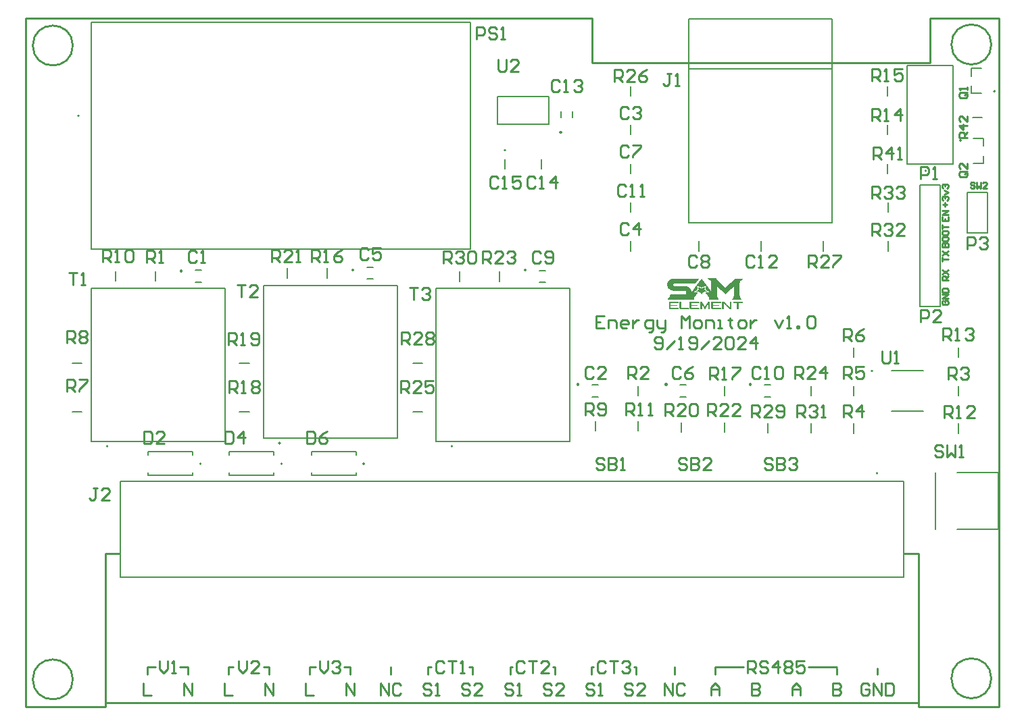
<source format=gto>
G04*
G04 #@! TF.GenerationSoftware,Altium Limited,Altium Designer,20.0.2 (26)*
G04*
G04 Layer_Color=65535*
%FSLAX25Y25*%
%MOIN*%
G70*
G01*
G75*
%ADD10C,0.00787*%
%ADD11C,0.01000*%
%ADD12C,0.00500*%
G36*
X462086Y337943D02*
Y337783D01*
Y337623D01*
Y337463D01*
X461926D01*
Y337303D01*
Y337143D01*
Y336983D01*
Y336823D01*
X462086D01*
X462086Y336663D01*
X462246D01*
Y336503D01*
X462566D01*
Y336343D01*
X462726D01*
Y336183D01*
X463046D01*
Y336023D01*
X462886D01*
Y335863D01*
X461766D01*
Y335703D01*
X461286D01*
Y335543D01*
X461126D01*
Y335383D01*
Y335223D01*
X460966D01*
Y335063D01*
X460806Y335063D01*
Y334903D01*
X460646Y334903D01*
Y334743D01*
X460326Y334743D01*
Y334903D01*
X460166Y334903D01*
Y335063D01*
X460006D01*
Y335223D01*
X459846D01*
Y335383D01*
Y335543D01*
X459686D01*
X459686Y335703D01*
X459206D01*
Y335863D01*
X458086D01*
Y336023D01*
X457926D01*
Y336183D01*
X458246D01*
Y336343D01*
X458406D01*
Y336503D01*
X458726D01*
Y336663D01*
X458886D01*
X458886Y336823D01*
X459046D01*
Y336983D01*
Y337143D01*
Y337303D01*
Y337463D01*
X458886D01*
Y337623D01*
Y337783D01*
Y337943D01*
Y338103D01*
X459206D01*
Y337943D01*
X459686D01*
Y337783D01*
X460326Y337783D01*
Y337623D01*
X460806D01*
Y337783D01*
X461286Y337783D01*
Y337943D01*
X461766Y337943D01*
Y338103D01*
X462086D01*
Y337943D01*
D02*
G37*
G36*
X467685Y342423D02*
X467845D01*
Y342263D01*
X467845Y342103D01*
X467845Y341943D01*
X468005D01*
Y341783D01*
X468165D01*
Y341623D01*
X468325D01*
Y341463D01*
X468485D01*
Y341303D01*
X468645D01*
Y341143D01*
X468805D01*
X468805Y340983D01*
X468965D01*
X468965Y340823D01*
X469125D01*
X469125Y340663D01*
X469285D01*
Y340503D01*
X469445D01*
Y340343D01*
X469605D01*
Y340183D01*
X469765D01*
Y340023D01*
X470085D01*
Y339863D01*
X470245Y339863D01*
Y339703D01*
X470405D01*
Y339543D01*
X470565D01*
Y339383D01*
X470725D01*
Y339223D01*
X470885D01*
Y339063D01*
X471045D01*
Y338903D01*
X471205D01*
Y338743D01*
X471365D01*
Y338583D01*
X471525D01*
Y338423D01*
X471685Y338423D01*
Y338263D01*
X471845D01*
Y338103D01*
X472005D01*
Y337943D01*
X472325Y337943D01*
X472325Y338103D01*
X472485D01*
X472485Y338263D01*
X472805D01*
Y338423D01*
X472965D01*
Y338583D01*
X473125D01*
Y338743D01*
X473285D01*
Y338903D01*
X473445D01*
Y339063D01*
X473605D01*
Y339223D01*
X473765D01*
Y339383D01*
X473925D01*
Y339543D01*
X474085D01*
Y339703D01*
X474245D01*
Y339863D01*
X474405D01*
Y340023D01*
X474565D01*
Y340183D01*
X474885D01*
Y340343D01*
X475045D01*
Y340503D01*
X475205D01*
Y340663D01*
X475365D01*
Y340823D01*
X475525D01*
Y340983D01*
X475685D01*
Y341143D01*
X475845D01*
Y341303D01*
X476005D01*
Y341463D01*
X476165D01*
Y341623D01*
X476325D01*
Y341783D01*
X476485D01*
Y341943D01*
X476645D01*
Y342103D01*
Y342263D01*
Y342423D01*
X481285D01*
Y342263D01*
X480965D01*
Y342103D01*
X480645D01*
Y341943D01*
X480325Y341943D01*
Y341783D01*
X480165D01*
Y341623D01*
X480005D01*
Y341463D01*
X479845D01*
Y341303D01*
X479685D01*
Y341143D01*
X479525D01*
Y340983D01*
Y340823D01*
X479365D01*
X479365Y340663D01*
Y340503D01*
Y340343D01*
Y340183D01*
X479205D01*
Y340023D01*
Y339863D01*
Y339703D01*
Y339543D01*
Y339383D01*
Y339223D01*
Y339063D01*
Y338903D01*
Y338743D01*
Y338583D01*
Y338423D01*
Y338263D01*
Y338103D01*
Y337943D01*
Y337783D01*
Y337623D01*
Y337463D01*
Y337303D01*
Y337143D01*
Y336983D01*
Y336823D01*
X479205Y336663D01*
Y336503D01*
Y336343D01*
Y336183D01*
Y336023D01*
Y335863D01*
Y335703D01*
X479205Y335543D01*
Y335383D01*
Y335223D01*
Y335063D01*
Y334903D01*
Y334743D01*
Y334583D01*
Y334423D01*
Y334263D01*
Y334103D01*
X479365D01*
Y333943D01*
Y333783D01*
Y333623D01*
Y333463D01*
Y333303D01*
X479525Y333303D01*
Y333143D01*
Y332983D01*
Y332823D01*
X479685D01*
Y332663D01*
Y332503D01*
X479845D01*
Y332343D01*
Y332183D01*
X480005D01*
Y332023D01*
X475525D01*
Y332183D01*
X475685D01*
Y332343D01*
X475845Y332343D01*
Y332503D01*
Y332663D01*
X476005Y332663D01*
Y332823D01*
Y332983D01*
X476165Y332983D01*
Y333143D01*
Y333303D01*
Y333463D01*
Y333623D01*
X476325D01*
Y333783D01*
Y333943D01*
Y334103D01*
Y334263D01*
Y334423D01*
Y334583D01*
Y334743D01*
X476485D01*
Y334903D01*
Y335063D01*
Y335223D01*
Y335383D01*
Y335543D01*
Y335703D01*
Y335863D01*
Y336023D01*
Y336183D01*
Y336343D01*
Y336503D01*
Y336663D01*
Y336823D01*
Y336983D01*
Y337143D01*
Y337303D01*
Y337463D01*
Y337623D01*
Y337783D01*
Y337943D01*
Y338103D01*
Y338263D01*
X476165D01*
Y338103D01*
X476005Y338103D01*
Y337943D01*
X475845D01*
Y337783D01*
X475525Y337783D01*
Y337623D01*
X475365D01*
Y337463D01*
X475205D01*
Y337303D01*
X475045D01*
Y337143D01*
X474885Y337143D01*
Y336983D01*
X474725D01*
Y336823D01*
X474565D01*
X474565Y336663D01*
X474245D01*
Y336503D01*
X474085D01*
Y336343D01*
X473925D01*
Y336183D01*
X473765D01*
Y336023D01*
X473605D01*
Y335863D01*
X473445D01*
Y335703D01*
X473285D01*
Y335543D01*
X473125D01*
Y335383D01*
X472805D01*
Y335223D01*
X472645D01*
X472645Y335063D01*
X472485D01*
Y334903D01*
X472325D01*
Y334743D01*
X472165D01*
Y334903D01*
X471845D01*
Y335063D01*
X471685D01*
Y335223D01*
X471525D01*
Y335383D01*
X471365D01*
Y335543D01*
X471205D01*
Y335703D01*
X471045D01*
Y335863D01*
X470885D01*
Y336023D01*
X470725D01*
Y336183D01*
X470565D01*
Y336343D01*
X470405D01*
Y336503D01*
X470085D01*
Y336663D01*
X469925D01*
Y336823D01*
X469765D01*
Y336983D01*
X469605D01*
Y337143D01*
X469445D01*
Y337303D01*
X469285D01*
Y337463D01*
X469125D01*
Y337623D01*
X468965D01*
Y337783D01*
X468645D01*
Y337943D01*
X468485D01*
Y338103D01*
X468325D01*
Y338263D01*
X468005D01*
Y338103D01*
Y337943D01*
Y337783D01*
Y337623D01*
Y337463D01*
Y337303D01*
Y337143D01*
Y336983D01*
Y336823D01*
Y336663D01*
Y336503D01*
Y336343D01*
Y336183D01*
Y336023D01*
Y335863D01*
Y335703D01*
Y335543D01*
Y335383D01*
Y335223D01*
Y335063D01*
Y334903D01*
Y334743D01*
Y334583D01*
Y334423D01*
Y334263D01*
X468165D01*
Y334103D01*
Y333943D01*
Y333783D01*
Y333623D01*
Y333463D01*
X468325D01*
Y333303D01*
Y333143D01*
Y332983D01*
X468485D01*
Y332823D01*
Y332663D01*
X468645D01*
Y332503D01*
Y332343D01*
X468805D01*
Y332183D01*
X468965D01*
Y332023D01*
X464006D01*
Y332183D01*
X464166D01*
Y332343D01*
Y332503D01*
Y332663D01*
Y332823D01*
Y332983D01*
X464006D01*
Y333143D01*
Y333303D01*
X463846D01*
Y333463D01*
X463686Y333463D01*
Y333623D01*
Y333783D01*
X463526D01*
Y333943D01*
X463366D01*
Y334103D01*
Y334263D01*
X463206D01*
Y334423D01*
X463046D01*
X463046Y334583D01*
X462886D01*
Y334743D01*
Y334903D01*
X462726D01*
Y335063D01*
X462566D01*
X462566Y335223D01*
Y335383D01*
X462406D01*
Y335543D01*
X463366D01*
Y335703D01*
X464006D01*
Y335863D01*
X463846D01*
Y336023D01*
X463686D01*
Y336183D01*
X463366D01*
Y336343D01*
X463206D01*
Y336503D01*
X463046D01*
Y336663D01*
X462726D01*
Y336823D01*
X462566D01*
Y336983D01*
X462406D01*
X462406Y337143D01*
Y337303D01*
Y337463D01*
X462566D01*
Y337623D01*
Y337783D01*
X462566Y337943D01*
X462566Y338103D01*
X462566Y338263D01*
Y338423D01*
X462726D01*
Y338583D01*
Y338743D01*
X462246Y338743D01*
Y338583D01*
X461766D01*
Y338423D01*
X461286Y338423D01*
Y338263D01*
X460806D01*
Y338103D01*
X460166Y338103D01*
Y338263D01*
X459686Y338263D01*
Y338423D01*
X459206D01*
Y338583D01*
X458726D01*
Y338743D01*
X458246D01*
Y338583D01*
Y338423D01*
X458406D01*
Y338263D01*
X458406Y338103D01*
X458406Y337943D01*
X458406Y337783D01*
Y337623D01*
Y337463D01*
X458566D01*
Y337303D01*
Y337143D01*
X458566Y336983D01*
X458406D01*
Y336823D01*
X458246D01*
Y336663D01*
X457926D01*
Y336503D01*
X457766D01*
Y336343D01*
X457606D01*
Y336183D01*
X457286D01*
Y336023D01*
X456966D01*
Y335863D01*
Y335703D01*
X457606D01*
Y335543D01*
X458566D01*
Y335383D01*
X458406D01*
Y335223D01*
X458406Y335063D01*
X458246D01*
Y334903D01*
X458086D01*
Y334743D01*
Y334583D01*
X457926D01*
Y334423D01*
X457766D01*
Y334263D01*
Y334103D01*
X457606D01*
Y333943D01*
X457446Y333943D01*
Y333783D01*
X457286D01*
Y333623D01*
Y333463D01*
X457126Y333463D01*
Y333303D01*
X456966D01*
Y333143D01*
Y332983D01*
Y332823D01*
X456806D01*
Y332663D01*
Y332503D01*
Y332343D01*
Y332183D01*
X456966D01*
Y332023D01*
X443687D01*
Y332183D01*
X443686Y332343D01*
X443847D01*
Y332503D01*
X444006D01*
Y332663D01*
Y332823D01*
X444167D01*
Y332983D01*
X444326D01*
Y333143D01*
Y333303D01*
X444487D01*
Y333463D01*
X444647Y333463D01*
Y333623D01*
Y333783D01*
X444806D01*
Y333943D01*
X444967D01*
Y334103D01*
Y334263D01*
X445126D01*
Y334423D01*
Y334583D01*
X452326Y334583D01*
Y334743D01*
X452646D01*
Y334903D01*
X452806D01*
Y335063D01*
X452966D01*
Y335223D01*
Y335383D01*
Y335543D01*
Y335703D01*
Y335863D01*
X452806D01*
Y336023D01*
X452646D01*
Y336183D01*
X452166D01*
Y336343D01*
X446086D01*
Y336503D01*
X445446D01*
Y336663D01*
X445126D01*
Y336823D01*
X444806D01*
Y336983D01*
X444647D01*
Y337143D01*
X444487D01*
Y337303D01*
X444167D01*
Y337463D01*
Y337623D01*
X444006D01*
Y337783D01*
X443847D01*
X443847Y337943D01*
X443847Y338103D01*
X443686D01*
X443687Y338263D01*
Y338423D01*
Y338583D01*
X443527D01*
Y338743D01*
Y338903D01*
Y339063D01*
Y339223D01*
X443527Y339383D01*
X443527Y339543D01*
X443527Y339703D01*
Y339863D01*
Y340023D01*
X443527Y340183D01*
X443687D01*
Y340343D01*
Y340503D01*
Y340663D01*
X443847D01*
Y340823D01*
Y340983D01*
X444006D01*
X444007Y341143D01*
X444167D01*
Y341303D01*
X444326D01*
Y341463D01*
X444487D01*
X444487Y341623D01*
X444647D01*
Y341783D01*
X444806D01*
Y341943D01*
X445126Y341943D01*
Y342103D01*
X445446D01*
Y342263D01*
X445927D01*
Y342423D01*
X459366Y342423D01*
Y342263D01*
X459206D01*
Y342103D01*
X459046D01*
Y341943D01*
X458886D01*
Y341783D01*
Y341623D01*
X458726D01*
Y341463D01*
X458566D01*
Y341303D01*
X458406D01*
Y341143D01*
X458246D01*
Y340983D01*
Y340823D01*
X458086D01*
Y340663D01*
X457926D01*
Y340503D01*
X457766D01*
Y340343D01*
X457606D01*
Y340183D01*
X457606Y340023D01*
X457446D01*
Y339863D01*
X446726D01*
Y339703D01*
X446566D01*
Y339543D01*
X446406D01*
Y339383D01*
Y339223D01*
X446566D01*
Y339063D01*
Y338903D01*
X446886D01*
Y338743D01*
X452966Y338743D01*
Y338583D01*
X453446D01*
Y338423D01*
X453766D01*
Y338263D01*
X454086Y338263D01*
Y338103D01*
X454246D01*
Y337943D01*
X454406Y337943D01*
Y337783D01*
X454566D01*
Y337623D01*
X454726D01*
Y337463D01*
X454886D01*
Y337303D01*
X455046D01*
Y337143D01*
Y336983D01*
X455206D01*
Y336823D01*
Y336663D01*
X455366D01*
Y336503D01*
Y336343D01*
Y336183D01*
X455526D01*
Y336023D01*
X455366D01*
Y335863D01*
X455686D01*
Y336023D01*
X455846D01*
Y336183D01*
X456006D01*
Y336343D01*
Y336503D01*
X456166D01*
Y336663D01*
X456326D01*
Y336823D01*
X456486D01*
Y336983D01*
Y337143D01*
X456646D01*
Y337303D01*
X456806D01*
Y337463D01*
X456966D01*
Y337623D01*
Y337783D01*
X457126D01*
Y337943D01*
X457286Y337943D01*
X457286Y338103D01*
X457286Y338263D01*
X457446Y338263D01*
Y338423D01*
X457606Y338423D01*
Y338583D01*
X457766D01*
Y338743D01*
Y338903D01*
X457926D01*
Y339063D01*
X458086D01*
Y339223D01*
X458246D01*
Y339383D01*
Y339543D01*
X458406D01*
X458406Y339703D01*
X458566D01*
Y339863D01*
X458726D01*
Y340023D01*
X458726Y340183D01*
X458886D01*
Y340343D01*
X459046D01*
Y340503D01*
Y340663D01*
X459206D01*
X459206Y340823D01*
X459366D01*
X459366Y340983D01*
X459526D01*
Y341143D01*
Y341303D01*
X459686D01*
Y341463D01*
X459846D01*
Y341623D01*
X460006D01*
Y341783D01*
Y341943D01*
X460166D01*
Y342103D01*
X460326D01*
Y342263D01*
X460486D01*
Y342423D01*
X460646Y342423D01*
Y342263D01*
Y342103D01*
X460806D01*
Y341943D01*
X460966Y341943D01*
Y341783D01*
Y341623D01*
X461126D01*
Y341463D01*
X461286D01*
Y341303D01*
X461446D01*
Y341143D01*
Y340983D01*
X461606D01*
Y340823D01*
X461766D01*
X461766Y340663D01*
X461926D01*
Y340503D01*
Y340343D01*
X462086D01*
Y340183D01*
X462246D01*
Y340023D01*
X462406D01*
Y339863D01*
Y339703D01*
X462566D01*
X462566Y339543D01*
X462726D01*
X462726Y339383D01*
X462726Y339223D01*
X462886D01*
Y339063D01*
X463046D01*
Y338903D01*
X463206D01*
Y338743D01*
Y338583D01*
X463366D01*
Y338423D01*
X463526D01*
Y338263D01*
X463686D01*
Y338103D01*
Y337943D01*
X463846Y337943D01*
Y337783D01*
X464006D01*
Y337623D01*
X464166D01*
Y337463D01*
Y337303D01*
X464326D01*
Y337143D01*
X464486D01*
Y336983D01*
Y336823D01*
X464646D01*
Y336663D01*
X464806D01*
Y336503D01*
X464965D01*
Y336343D01*
X465126D01*
Y336183D01*
X465285D01*
Y336343D01*
Y336503D01*
Y336663D01*
Y336823D01*
Y336983D01*
Y337143D01*
Y337303D01*
Y337463D01*
Y337623D01*
Y337783D01*
Y337943D01*
Y338103D01*
Y338263D01*
Y338423D01*
Y338583D01*
Y338743D01*
Y338903D01*
Y339063D01*
Y339223D01*
Y339383D01*
Y339543D01*
Y339703D01*
Y339863D01*
Y340023D01*
Y340183D01*
Y340343D01*
Y340503D01*
Y340663D01*
Y340823D01*
Y340983D01*
X465126D01*
Y341143D01*
X464965D01*
Y341303D01*
X464806D01*
Y341463D01*
X464646D01*
Y341623D01*
X464326D01*
Y341783D01*
X464166D01*
Y341943D01*
X464006D01*
Y342103D01*
X463846D01*
Y342263D01*
X463686D01*
Y342423D01*
X463526D01*
Y342583D01*
X467685D01*
Y342423D01*
D02*
G37*
G36*
X464486Y330903D02*
Y330743D01*
X464486Y330583D01*
Y330423D01*
Y330263D01*
Y330103D01*
Y329943D01*
Y329783D01*
Y329623D01*
Y329463D01*
Y329303D01*
Y329143D01*
Y328983D01*
Y328823D01*
Y328663D01*
Y328503D01*
Y328343D01*
Y328183D01*
Y328023D01*
Y327864D01*
Y327703D01*
Y327543D01*
Y327383D01*
X463686D01*
Y327543D01*
Y327703D01*
Y327864D01*
Y328023D01*
Y328183D01*
Y328343D01*
Y328503D01*
Y328663D01*
Y328823D01*
Y328983D01*
Y329143D01*
Y329303D01*
Y329463D01*
X463526D01*
Y329303D01*
X463366D01*
Y329143D01*
X463206D01*
Y328983D01*
Y328823D01*
X463046D01*
Y328663D01*
Y328503D01*
X462886D01*
Y328343D01*
X462726D01*
Y328183D01*
X462726Y328023D01*
X462566D01*
X462566Y327864D01*
X462566Y327703D01*
X462406D01*
Y327543D01*
Y327383D01*
X461926D01*
Y327543D01*
Y327703D01*
X461766D01*
Y327864D01*
X461606Y327864D01*
Y328023D01*
Y328183D01*
X461446D01*
Y328343D01*
Y328503D01*
X461286D01*
Y328663D01*
X461126D01*
Y328823D01*
Y328983D01*
X460966D01*
Y329143D01*
Y329303D01*
X460806Y329303D01*
Y329463D01*
X460646D01*
Y329303D01*
Y329143D01*
Y328983D01*
Y328823D01*
Y328663D01*
Y328503D01*
Y328343D01*
Y328183D01*
Y328023D01*
Y327864D01*
Y327703D01*
Y327543D01*
Y327383D01*
X459846D01*
Y327543D01*
Y327703D01*
Y327864D01*
Y328023D01*
Y328183D01*
Y328343D01*
Y328503D01*
Y328663D01*
Y328823D01*
Y328983D01*
Y329143D01*
Y329303D01*
Y329463D01*
Y329623D01*
Y329783D01*
Y329943D01*
Y330103D01*
Y330263D01*
Y330423D01*
Y330583D01*
Y330743D01*
Y330903D01*
Y331063D01*
X460646D01*
Y330903D01*
X460806D01*
Y330743D01*
X460966D01*
Y330583D01*
Y330423D01*
X461126D01*
Y330263D01*
Y330103D01*
X461286D01*
Y329943D01*
X461446D01*
Y329783D01*
Y329623D01*
X461606D01*
Y329463D01*
Y329303D01*
X461766D01*
Y329143D01*
X461926D01*
Y328983D01*
Y328823D01*
Y328663D01*
X462246D01*
Y328823D01*
X462406D01*
Y328983D01*
Y329143D01*
X462566D01*
X462566Y329303D01*
X462566Y329463D01*
X462726D01*
X462726Y329623D01*
X462886D01*
Y329783D01*
Y329943D01*
X463046D01*
Y330103D01*
Y330263D01*
X463206D01*
Y330423D01*
X463366D01*
Y330583D01*
Y330743D01*
X463526D01*
Y330903D01*
Y331063D01*
X464486D01*
Y330903D01*
D02*
G37*
G36*
X475205D02*
Y330743D01*
Y330583D01*
Y330423D01*
Y330263D01*
Y330103D01*
Y329943D01*
Y329783D01*
Y329623D01*
Y329463D01*
Y329303D01*
Y329143D01*
Y328983D01*
Y328823D01*
Y328663D01*
Y328503D01*
Y328343D01*
Y328183D01*
Y328023D01*
Y327864D01*
Y327703D01*
Y327543D01*
Y327383D01*
X474085Y327383D01*
Y327543D01*
X473925D01*
Y327703D01*
X473765D01*
Y327864D01*
X473605D01*
Y328023D01*
X473445D01*
Y328183D01*
X473285D01*
Y328343D01*
X473125D01*
Y328503D01*
X472965D01*
Y328663D01*
X472805D01*
Y328823D01*
X472645D01*
Y328983D01*
X472485D01*
Y329143D01*
X472325D01*
X472325Y329303D01*
X472165D01*
X472165Y329463D01*
X472005Y329463D01*
Y329623D01*
X471845D01*
Y329783D01*
X471685D01*
Y329943D01*
X471525D01*
Y330103D01*
X471365D01*
Y329943D01*
Y329783D01*
Y329623D01*
Y329463D01*
Y329303D01*
Y329143D01*
Y328983D01*
Y328823D01*
Y328663D01*
Y328503D01*
Y328343D01*
Y328183D01*
Y328023D01*
Y327864D01*
Y327703D01*
Y327543D01*
Y327383D01*
X470565Y327383D01*
Y327543D01*
Y327703D01*
Y327864D01*
Y328023D01*
Y328183D01*
Y328343D01*
Y328503D01*
Y328663D01*
Y328823D01*
Y328983D01*
Y329143D01*
Y329303D01*
Y329463D01*
Y329623D01*
Y329783D01*
Y329943D01*
Y330103D01*
Y330263D01*
Y330423D01*
Y330583D01*
Y330743D01*
Y330903D01*
Y331063D01*
X471525D01*
Y330903D01*
X471685D01*
Y330743D01*
X471845D01*
X471845Y330583D01*
X472005D01*
Y330423D01*
X472165D01*
X472165Y330263D01*
X472325D01*
Y330103D01*
X472485D01*
Y329943D01*
X472645D01*
Y329783D01*
X472805D01*
Y329623D01*
X472965D01*
X472965Y329463D01*
X473125D01*
X473125Y329303D01*
X473285D01*
Y329143D01*
X473445D01*
Y328983D01*
X473605Y328983D01*
Y328823D01*
X473765D01*
Y328663D01*
X473925D01*
Y328503D01*
X474085D01*
Y328343D01*
X474245D01*
Y328183D01*
X474405D01*
Y328343D01*
Y328503D01*
Y328663D01*
Y328823D01*
Y328983D01*
Y329143D01*
Y329303D01*
Y329463D01*
Y329623D01*
Y329783D01*
Y329943D01*
Y330103D01*
Y330263D01*
Y330423D01*
Y330583D01*
Y330743D01*
Y330903D01*
Y331063D01*
X475205D01*
Y330903D01*
D02*
G37*
G36*
X450566D02*
Y330743D01*
Y330583D01*
Y330423D01*
Y330263D01*
Y330103D01*
Y329943D01*
Y329783D01*
Y329623D01*
Y329463D01*
Y329303D01*
Y329143D01*
Y328983D01*
Y328823D01*
Y328663D01*
Y328503D01*
Y328343D01*
Y328183D01*
Y328023D01*
X454406Y328023D01*
Y327864D01*
X454246Y327864D01*
Y327703D01*
Y327543D01*
X454406D01*
Y327383D01*
X449766D01*
Y327543D01*
X449606D01*
Y327703D01*
Y327864D01*
Y328023D01*
Y328183D01*
Y328343D01*
Y328503D01*
Y328663D01*
Y328823D01*
Y328983D01*
Y329143D01*
Y329303D01*
Y329463D01*
Y329623D01*
Y329783D01*
Y329943D01*
Y330103D01*
Y330263D01*
Y330423D01*
Y330583D01*
Y330743D01*
Y330903D01*
Y331063D01*
X450566D01*
Y330903D01*
D02*
G37*
G36*
X480645D02*
Y330743D01*
Y330583D01*
Y330423D01*
X479045D01*
Y330263D01*
X478725D01*
Y330103D01*
Y329943D01*
Y329783D01*
Y329623D01*
Y329463D01*
Y329303D01*
Y329143D01*
Y328983D01*
Y328823D01*
Y328663D01*
Y328503D01*
Y328343D01*
Y328183D01*
Y328023D01*
Y327864D01*
Y327703D01*
Y327543D01*
X478885D01*
Y327383D01*
X477925D01*
Y327543D01*
Y327703D01*
X477925Y327864D01*
X477925Y328023D01*
X477925Y328183D01*
Y328343D01*
Y328503D01*
Y328663D01*
Y328823D01*
Y328983D01*
Y329143D01*
X477925Y329303D01*
X477925Y329463D01*
X477925Y329623D01*
Y329783D01*
Y329943D01*
Y330103D01*
Y330263D01*
X477765D01*
X477765Y330423D01*
X476005D01*
Y330583D01*
Y330743D01*
Y330903D01*
Y331063D01*
X480645D01*
Y330903D01*
D02*
G37*
G36*
X459366D02*
X459206D01*
Y330743D01*
X459206Y330583D01*
X459366D01*
Y330423D01*
X455686D01*
Y330263D01*
X455526D01*
Y330103D01*
X455366Y330103D01*
Y329943D01*
Y329783D01*
Y329623D01*
Y329463D01*
X458566D01*
X458566Y329303D01*
X458566Y329143D01*
Y328983D01*
Y328823D01*
X455366D01*
Y328663D01*
Y328503D01*
Y328343D01*
Y328183D01*
X455526D01*
Y328023D01*
X459366Y328023D01*
Y327864D01*
X459206D01*
Y327703D01*
Y327543D01*
X459366D01*
Y327383D01*
X454726D01*
Y327543D01*
X454566D01*
Y327703D01*
Y327864D01*
Y328023D01*
Y328183D01*
Y328343D01*
Y328503D01*
Y328663D01*
Y328823D01*
Y328983D01*
Y329143D01*
Y329303D01*
Y329463D01*
Y329623D01*
Y329783D01*
Y329943D01*
Y330103D01*
Y330263D01*
Y330423D01*
Y330583D01*
Y330743D01*
Y330903D01*
X454886D01*
Y331063D01*
X459366D01*
Y330903D01*
D02*
G37*
G36*
X449126D02*
Y330743D01*
X449126Y330583D01*
Y330423D01*
X445446D01*
Y330263D01*
X445287Y330263D01*
Y330103D01*
Y329943D01*
Y329783D01*
Y329623D01*
Y329463D01*
X448326D01*
X448326Y329303D01*
X448326Y329143D01*
Y328983D01*
Y328823D01*
X445287D01*
Y328663D01*
Y328503D01*
Y328343D01*
Y328183D01*
Y328023D01*
X449126D01*
Y327864D01*
Y327703D01*
Y327543D01*
Y327383D01*
X444487D01*
Y327543D01*
Y327703D01*
Y327864D01*
Y328023D01*
Y328183D01*
Y328343D01*
Y328503D01*
Y328663D01*
Y328823D01*
Y328983D01*
Y329143D01*
Y329303D01*
Y329463D01*
Y329623D01*
Y329783D01*
Y329943D01*
Y330103D01*
Y330263D01*
Y330423D01*
Y330583D01*
X444487Y330743D01*
Y330903D01*
X444806D01*
Y331063D01*
X449126D01*
Y330903D01*
D02*
G37*
G36*
X470085D02*
Y330743D01*
Y330583D01*
Y330423D01*
X466405D01*
Y330263D01*
X466085D01*
Y330103D01*
Y329943D01*
Y329783D01*
Y329623D01*
Y329463D01*
X469285Y329463D01*
Y329303D01*
Y329143D01*
Y328983D01*
Y328823D01*
X466085D01*
Y328663D01*
Y328503D01*
Y328343D01*
Y328183D01*
X466246D01*
Y328023D01*
X470085D01*
Y327864D01*
Y327703D01*
Y327543D01*
Y327383D01*
X465446Y327383D01*
Y327543D01*
X465285Y327543D01*
Y327703D01*
Y327864D01*
Y328023D01*
Y328183D01*
Y328343D01*
Y328503D01*
Y328663D01*
Y328823D01*
Y328983D01*
Y329143D01*
Y329303D01*
Y329463D01*
Y329623D01*
Y329783D01*
Y329943D01*
Y330103D01*
Y330263D01*
Y330423D01*
Y330583D01*
Y330743D01*
Y330903D01*
X465605D01*
Y331063D01*
X470085D01*
Y330903D01*
D02*
G37*
D10*
X571394Y395677D02*
G03*
X571394Y395677I-394J0D01*
G01*
X588535Y410618D02*
G03*
X588535Y410618I-394J0D01*
G01*
X605252Y434882D02*
G03*
X605252Y434882I-394J0D01*
G01*
X544894Y296823D02*
G03*
X544894Y296823I-394J0D01*
G01*
X547394Y246311D02*
G03*
X547394Y246311I-394J0D01*
G01*
X363878Y405725D02*
G03*
X363878Y405725I-394J0D01*
G01*
X153512Y422843D02*
G03*
X153512Y422843I-394J0D01*
G01*
X294177Y251000D02*
G03*
X294177Y251000I-394J0D01*
G01*
X167697Y259678D02*
G03*
X167697Y259678I-394J0D01*
G01*
X213677Y251000D02*
G03*
X213677Y251000I-394J0D01*
G01*
X253677D02*
G03*
X253677Y251000I-394J0D01*
G01*
X337697Y259678D02*
G03*
X337697Y259678I-394J0D01*
G01*
X252697Y261178D02*
G03*
X252697Y261178I-394J0D01*
G01*
X568000Y388500D02*
X578000D01*
X568000Y328500D02*
X578000D01*
X568000D02*
Y388500D01*
X578000Y328500D02*
Y388500D01*
X391047Y421925D02*
Y425075D01*
X396953Y421925D02*
Y425075D01*
X591500Y365000D02*
X601500D01*
X591500D02*
Y385000D01*
X601500D01*
Y365000D02*
Y385000D01*
X594138Y422000D02*
X598862D01*
X552000Y394388D02*
Y399112D01*
X425500Y432638D02*
Y437362D01*
X150138Y300500D02*
X154862D01*
X150138Y276500D02*
X154862D01*
X318138D02*
X322862D01*
X318138Y300500D02*
X322862D01*
X552500Y375263D02*
Y379987D01*
Y356138D02*
Y360862D01*
X552000Y413513D02*
Y418237D01*
Y432638D02*
Y437362D01*
X520609Y356138D02*
Y360862D01*
X425500Y356138D02*
Y360862D01*
X459179Y356138D02*
Y360862D01*
X489894Y356138D02*
Y360862D01*
X425500Y375263D02*
Y379987D01*
Y413513D02*
Y418237D01*
X381500Y396638D02*
Y401362D01*
X363500Y396638D02*
Y401362D01*
X406425Y284047D02*
X409575D01*
X406425Y289953D02*
X409575D01*
X449655Y284047D02*
X452805D01*
X449655Y289953D02*
X452805D01*
X471900Y266651D02*
Y271375D01*
X491425Y284047D02*
X494575D01*
X491425Y289953D02*
X494575D01*
X514500Y284638D02*
Y289362D01*
X429300Y284638D02*
Y289362D01*
X514500Y266151D02*
Y270875D01*
X493200Y266151D02*
Y270875D01*
X471900Y284638D02*
Y289362D01*
X450600Y266651D02*
Y271375D01*
X429300Y267151D02*
Y271875D01*
X408000Y267151D02*
Y271875D01*
X360713Y341138D02*
Y345862D01*
X341000Y341138D02*
Y345862D01*
X380425Y346453D02*
X383575D01*
X380425Y340547D02*
X383575D01*
X295425Y348104D02*
X298575D01*
X295425Y342199D02*
X298575D01*
X425500Y394388D02*
Y399112D01*
X535625Y303638D02*
Y308362D01*
Y284638D02*
Y289362D01*
Y266138D02*
Y270862D01*
X587043Y303638D02*
Y308362D01*
Y284638D02*
Y289362D01*
Y266138D02*
Y270862D01*
X275713Y342789D02*
Y347514D01*
X256000Y342789D02*
Y347514D01*
X232638Y300500D02*
X237362D01*
X232638Y276500D02*
X237362D01*
X210756Y346604D02*
X213906D01*
X210756Y340699D02*
X213906D01*
X191043Y341289D02*
Y346014D01*
X171331Y341289D02*
Y346014D01*
D11*
X603342Y145000D02*
G03*
X603342Y145000I-9843J0D01*
G01*
Y458000D02*
G03*
X603342Y458000I-9843J0D01*
G01*
X150343Y457500D02*
G03*
X150343Y457500I-9843J0D01*
G01*
Y144500D02*
G03*
X150343Y144500I-9843J0D01*
G01*
X560500Y206500D02*
X567500D01*
X166500D02*
X173500D01*
X127000Y131000D02*
X166500D01*
Y133000D01*
X567500D01*
Y131000D02*
Y133000D01*
Y131000D02*
X607000D01*
X406500Y449000D02*
X573000D01*
X127000Y471000D02*
X127000Y131000D01*
X127000Y471000D02*
X406500D01*
Y449000D02*
Y471000D01*
X573000Y449000D02*
Y471000D01*
X607000D01*
X607000Y131000D01*
X547000Y147000D02*
Y150000D01*
X513000Y150500D02*
X527000D01*
Y147000D02*
Y150000D01*
X467000Y147000D02*
Y150500D01*
X481000D01*
X447000Y147000D02*
Y150500D01*
X406000D02*
X407000D01*
X427000D02*
X428000D01*
Y147000D02*
Y150500D01*
X406000Y147000D02*
Y150500D01*
X366000Y147000D02*
Y150500D01*
X388000Y147000D02*
Y150500D01*
X387000D02*
X388000D01*
X366000D02*
X367000D01*
X325500D02*
X327250D01*
X345750D02*
X347500D01*
Y147000D02*
Y150500D01*
X325500Y147000D02*
Y150500D01*
X307000Y147000D02*
Y150500D01*
X267000Y147000D02*
Y150500D01*
X287000Y147000D02*
Y150500D01*
X284000D02*
X287000D01*
X267000D02*
X270000D01*
X227000D02*
X229500D01*
X244500D02*
X247000D01*
Y147000D02*
Y150500D01*
X227000Y147000D02*
Y150500D01*
X187000Y147000D02*
Y149500D01*
X207000Y147000D02*
Y150500D01*
X203000D02*
X207000D01*
X187000Y149500D02*
Y150500D01*
X191000D01*
X166500Y133000D02*
Y206500D01*
X166457D02*
X166500D01*
X567500Y133000D02*
Y206500D01*
X579001Y351000D02*
Y352999D01*
Y352000D01*
X582000D01*
X579001Y353999D02*
X582000Y355998D01*
X579001D02*
X582000Y353999D01*
Y341500D02*
X579001D01*
Y343000D01*
X579501Y343499D01*
X580501D01*
X581000Y343000D01*
Y341500D01*
Y342500D02*
X582000Y343499D01*
X579001Y344499D02*
X582000Y346498D01*
X579001D02*
X582000Y344499D01*
X579501Y331499D02*
X579001Y330999D01*
Y330000D01*
X579501Y329500D01*
X581500D01*
X582000Y330000D01*
Y330999D01*
X581500Y331499D01*
X580501D01*
Y330500D01*
X582000Y332499D02*
X579001D01*
X582000Y334498D01*
X579001D01*
Y335498D02*
X582000D01*
Y336998D01*
X581500Y337497D01*
X579501D01*
X579001Y336998D01*
Y335498D01*
X594999Y389499D02*
X594499Y389999D01*
X593500D01*
X593000Y389499D01*
Y388999D01*
X593500Y388499D01*
X594499D01*
X594999Y388000D01*
Y387500D01*
X594499Y387000D01*
X593500D01*
X593000Y387500D01*
X595999Y389999D02*
Y387000D01*
X596999Y388000D01*
X597998Y387000D01*
Y389999D01*
X600997Y387000D02*
X598998D01*
X600997Y388999D01*
Y389499D01*
X600498Y389999D01*
X599498D01*
X598998Y389499D01*
X390500Y414500D02*
Y415000D01*
X391000D01*
Y414500D01*
X390500D01*
X484000Y290000D02*
Y290500D01*
X484500D01*
Y290000D01*
X484000D01*
X442500D02*
Y290500D01*
X443000D01*
Y290000D01*
X442500D01*
X399000D02*
Y290500D01*
X399500D01*
Y290000D01*
X399000D01*
X373000Y346500D02*
Y347000D01*
X373500D01*
Y346500D01*
X373000D01*
X288000D02*
Y347000D01*
X288500D01*
Y346500D01*
X288000D01*
X203331Y346000D02*
Y346500D01*
X203831D01*
Y346000D01*
X203331D01*
X437000Y308500D02*
X438000Y307500D01*
X439999D01*
X440999Y308500D01*
Y312498D01*
X439999Y313498D01*
X438000D01*
X437000Y312498D01*
Y311499D01*
X438000Y310499D01*
X440999D01*
X442998Y307500D02*
X446997Y311499D01*
X448996Y307500D02*
X450995D01*
X449996D01*
Y313498D01*
X448996Y312498D01*
X453995Y308500D02*
X454994Y307500D01*
X456993D01*
X457993Y308500D01*
Y312498D01*
X456993Y313498D01*
X454994D01*
X453995Y312498D01*
Y311499D01*
X454994Y310499D01*
X457993D01*
X459993Y307500D02*
X463991Y311499D01*
X469989Y307500D02*
X465991D01*
X469989Y311499D01*
Y312498D01*
X468990Y313498D01*
X466990D01*
X465991Y312498D01*
X471989D02*
X472988Y313498D01*
X474988D01*
X475987Y312498D01*
Y308500D01*
X474988Y307500D01*
X472988D01*
X471989Y308500D01*
Y312498D01*
X481986Y307500D02*
X477987D01*
X481986Y311499D01*
Y312498D01*
X480986Y313498D01*
X478986D01*
X477987Y312498D01*
X486984Y307500D02*
Y313498D01*
X483985Y310499D01*
X487984D01*
X412499Y323998D02*
X408500D01*
Y318000D01*
X412499D01*
X408500Y320999D02*
X410499D01*
X414498Y318000D02*
Y321999D01*
X417497D01*
X418497Y320999D01*
Y318000D01*
X423495D02*
X421496D01*
X420496Y319000D01*
Y320999D01*
X421496Y321999D01*
X423495D01*
X424495Y320999D01*
Y319999D01*
X420496D01*
X426494Y321999D02*
Y318000D01*
Y319999D01*
X427494Y320999D01*
X428493Y321999D01*
X429493D01*
X434492Y316001D02*
X435491D01*
X436491Y317000D01*
Y321999D01*
X433492D01*
X432492Y320999D01*
Y319000D01*
X433492Y318000D01*
X436491D01*
X438490Y321999D02*
Y319000D01*
X439490Y318000D01*
X442489D01*
Y317000D01*
X441489Y316001D01*
X440490D01*
X442489Y318000D02*
Y321999D01*
X450486Y318000D02*
Y323998D01*
X452486Y321999D01*
X454485Y323998D01*
Y318000D01*
X457484D02*
X459483D01*
X460483Y319000D01*
Y320999D01*
X459483Y321999D01*
X457484D01*
X456485Y320999D01*
Y319000D01*
X457484Y318000D01*
X462483D02*
Y321999D01*
X465482D01*
X466481Y320999D01*
Y318000D01*
X468481D02*
X470480D01*
X469480D01*
Y321999D01*
X468481D01*
X474479Y322998D02*
Y321999D01*
X473479D01*
X475478D01*
X474479D01*
Y319000D01*
X475478Y318000D01*
X479477D02*
X481476D01*
X482476Y319000D01*
Y320999D01*
X481476Y321999D01*
X479477D01*
X478477Y320999D01*
Y319000D01*
X479477Y318000D01*
X484475Y321999D02*
Y318000D01*
Y319999D01*
X485475Y320999D01*
X486475Y321999D01*
X487474D01*
X496472D02*
X498471Y318000D01*
X500470Y321999D01*
X502470Y318000D02*
X504469D01*
X503469D01*
Y323998D01*
X502470Y322998D01*
X507468Y318000D02*
Y319000D01*
X508468D01*
Y318000D01*
X507468D01*
X512466Y322998D02*
X513466Y323998D01*
X515465D01*
X516465Y322998D01*
Y319000D01*
X515465Y318000D01*
X513466D01*
X512466Y319000D01*
Y322998D01*
X580501Y378000D02*
Y379999D01*
X579501Y379000D02*
X581500D01*
X579501Y380999D02*
X579001Y381499D01*
Y382499D01*
X579501Y382998D01*
X580001D01*
X580501Y382499D01*
Y381999D01*
Y382499D01*
X581000Y382998D01*
X581500D01*
X582000Y382499D01*
Y381499D01*
X581500Y380999D01*
X580001Y383998D02*
X582000Y384998D01*
X580001Y385997D01*
X579501Y386997D02*
X579001Y387497D01*
Y388497D01*
X579501Y388996D01*
X580001D01*
X580501Y388497D01*
Y387997D01*
Y388497D01*
X581000Y388996D01*
X581500D01*
X582000Y388497D01*
Y387497D01*
X581500Y386997D01*
X579001Y372999D02*
Y371000D01*
X582000D01*
Y372999D01*
X580501Y371000D02*
Y372000D01*
X582000Y373999D02*
X579001D01*
X582000Y375998D01*
X579001D01*
Y358000D02*
X582000D01*
Y359500D01*
X581500Y359999D01*
X581000D01*
X580501Y359500D01*
Y358000D01*
Y359500D01*
X580001Y359999D01*
X579501D01*
X579001Y359500D01*
Y358000D01*
Y362498D02*
Y361499D01*
X579501Y360999D01*
X581500D01*
X582000Y361499D01*
Y362498D01*
X581500Y362998D01*
X579501D01*
X579001Y362498D01*
Y365498D02*
Y364498D01*
X579501Y363998D01*
X581500D01*
X582000Y364498D01*
Y365498D01*
X581500Y365997D01*
X579501D01*
X579001Y365498D01*
Y366997D02*
Y368996D01*
Y367997D01*
X582000D01*
X542999Y141498D02*
X541999Y142498D01*
X540000D01*
X539000Y141498D01*
Y137500D01*
X540000Y136500D01*
X541999D01*
X542999Y137500D01*
Y139499D01*
X540999D01*
X544998Y136500D02*
Y142498D01*
X548997Y136500D01*
Y142498D01*
X550996D02*
Y136500D01*
X553995D01*
X554995Y137500D01*
Y141498D01*
X553995Y142498D01*
X550996D01*
X505000Y136500D02*
Y140499D01*
X506999Y142498D01*
X508999Y140499D01*
Y136500D01*
Y139499D01*
X505000D01*
X525000Y142498D02*
Y136500D01*
X527999D01*
X528999Y137500D01*
Y138499D01*
X527999Y139499D01*
X525000D01*
X527999D01*
X528999Y140499D01*
Y141498D01*
X527999Y142498D01*
X525000D01*
X485000D02*
Y136500D01*
X487999D01*
X488999Y137500D01*
Y138499D01*
X487999Y139499D01*
X485000D01*
X487999D01*
X488999Y140499D01*
Y141498D01*
X487999Y142498D01*
X485000D01*
X465000Y136500D02*
Y140499D01*
X466999Y142498D01*
X468999Y140499D01*
Y136500D01*
Y139499D01*
X465000D01*
X483000Y147500D02*
Y153498D01*
X485999D01*
X486999Y152498D01*
Y150499D01*
X485999Y149499D01*
X483000D01*
X484999D02*
X486999Y147500D01*
X492997Y152498D02*
X491997Y153498D01*
X489998D01*
X488998Y152498D01*
Y151499D01*
X489998Y150499D01*
X491997D01*
X492997Y149499D01*
Y148500D01*
X491997Y147500D01*
X489998D01*
X488998Y148500D01*
X497995Y147500D02*
Y153498D01*
X494996Y150499D01*
X498995D01*
X500994Y152498D02*
X501994Y153498D01*
X503993D01*
X504993Y152498D01*
Y151499D01*
X503993Y150499D01*
X504993Y149499D01*
Y148500D01*
X503993Y147500D01*
X501994D01*
X500994Y148500D01*
Y149499D01*
X501994Y150499D01*
X500994Y151499D01*
Y152498D01*
X501994Y150499D02*
X503993D01*
X510991Y153498D02*
X506992D01*
Y150499D01*
X508992Y151499D01*
X509991D01*
X510991Y150499D01*
Y148500D01*
X509991Y147500D01*
X507992D01*
X506992Y148500D01*
X442000Y136500D02*
Y142498D01*
X445999Y136500D01*
Y142498D01*
X451997Y141498D02*
X450997Y142498D01*
X448998D01*
X447998Y141498D01*
Y137500D01*
X448998Y136500D01*
X450997D01*
X451997Y137500D01*
X412999Y152498D02*
X411999Y153498D01*
X410000D01*
X409000Y152498D01*
Y148500D01*
X410000Y147500D01*
X411999D01*
X412999Y148500D01*
X414998Y153498D02*
X418997D01*
X416997D01*
Y147500D01*
X420996Y152498D02*
X421996Y153498D01*
X423995D01*
X424995Y152498D01*
Y151499D01*
X423995Y150499D01*
X422996D01*
X423995D01*
X424995Y149499D01*
Y148500D01*
X423995Y147500D01*
X421996D01*
X420996Y148500D01*
X407499Y141498D02*
X406499Y142498D01*
X404500D01*
X403500Y141498D01*
Y140499D01*
X404500Y139499D01*
X406499D01*
X407499Y138499D01*
Y137500D01*
X406499Y136500D01*
X404500D01*
X403500Y137500D01*
X409498Y136500D02*
X411497D01*
X410498D01*
Y142498D01*
X409498Y141498D01*
X426499D02*
X425499Y142498D01*
X423500D01*
X422500Y141498D01*
Y140499D01*
X423500Y139499D01*
X425499D01*
X426499Y138499D01*
Y137500D01*
X425499Y136500D01*
X423500D01*
X422500Y137500D01*
X432497Y136500D02*
X428498D01*
X432497Y140499D01*
Y141498D01*
X431497Y142498D01*
X429498D01*
X428498Y141498D01*
X386499D02*
X385499Y142498D01*
X383500D01*
X382500Y141498D01*
Y140499D01*
X383500Y139499D01*
X385499D01*
X386499Y138499D01*
Y137500D01*
X385499Y136500D01*
X383500D01*
X382500Y137500D01*
X392497Y136500D02*
X388498D01*
X392497Y140499D01*
Y141498D01*
X391497Y142498D01*
X389498D01*
X388498Y141498D01*
X367499D02*
X366499Y142498D01*
X364500D01*
X363500Y141498D01*
Y140499D01*
X364500Y139499D01*
X366499D01*
X367499Y138499D01*
Y137500D01*
X366499Y136500D01*
X364500D01*
X363500Y137500D01*
X369498Y136500D02*
X371497D01*
X370498D01*
Y142498D01*
X369498Y141498D01*
X372999Y152498D02*
X371999Y153498D01*
X370000D01*
X369000Y152498D01*
Y148500D01*
X370000Y147500D01*
X371999D01*
X372999Y148500D01*
X374998Y153498D02*
X378997D01*
X376997D01*
Y147500D01*
X384995D02*
X380996D01*
X384995Y151499D01*
Y152498D01*
X383995Y153498D01*
X381996D01*
X380996Y152498D01*
X333499D02*
X332499Y153498D01*
X330500D01*
X329500Y152498D01*
Y148500D01*
X330500Y147500D01*
X332499D01*
X333499Y148500D01*
X335498Y153498D02*
X339497D01*
X337497D01*
Y147500D01*
X341496D02*
X343495D01*
X342496D01*
Y153498D01*
X341496Y152498D01*
X326999Y141498D02*
X325999Y142498D01*
X324000D01*
X323000Y141498D01*
Y140499D01*
X324000Y139499D01*
X325999D01*
X326999Y138499D01*
Y137500D01*
X325999Y136500D01*
X324000D01*
X323000Y137500D01*
X328998Y136500D02*
X330997D01*
X329998D01*
Y142498D01*
X328998Y141498D01*
X345999D02*
X344999Y142498D01*
X343000D01*
X342000Y141498D01*
Y140499D01*
X343000Y139499D01*
X344999D01*
X345999Y138499D01*
Y137500D01*
X344999Y136500D01*
X343000D01*
X342000Y137500D01*
X351997Y136500D02*
X347998D01*
X351997Y140499D01*
Y141498D01*
X350997Y142498D01*
X348998D01*
X347998Y141498D01*
X302000Y136500D02*
Y142498D01*
X305999Y136500D01*
Y142498D01*
X311997Y141498D02*
X310997Y142498D01*
X308998D01*
X307998Y141498D01*
Y137500D01*
X308998Y136500D01*
X310997D01*
X311997Y137500D01*
X285000Y136500D02*
Y142498D01*
X288999Y136500D01*
Y142498D01*
X265000D02*
Y136500D01*
X268999D01*
X272000Y153498D02*
Y149499D01*
X273999Y147500D01*
X275999Y149499D01*
Y153498D01*
X277998Y152498D02*
X278998Y153498D01*
X280997D01*
X281997Y152498D01*
Y151499D01*
X280997Y150499D01*
X279997D01*
X280997D01*
X281997Y149499D01*
Y148500D01*
X280997Y147500D01*
X278998D01*
X277998Y148500D01*
X232000Y153498D02*
Y149499D01*
X233999Y147500D01*
X235999Y149499D01*
Y153498D01*
X241997Y147500D02*
X237998D01*
X241997Y151499D01*
Y152498D01*
X240997Y153498D01*
X238998D01*
X237998Y152498D01*
X225000Y142498D02*
Y136500D01*
X228999D01*
X245000D02*
Y142498D01*
X248999Y136500D01*
Y142498D01*
X205000Y136500D02*
Y142498D01*
X208999Y136500D01*
Y142498D01*
X185000D02*
Y136500D01*
X188999D01*
X193000Y153498D02*
Y149499D01*
X194999Y147500D01*
X196999Y149499D01*
Y153498D01*
X198998Y147500D02*
X200997D01*
X199998D01*
Y153498D01*
X198998Y152498D01*
X590834Y395166D02*
X588168D01*
X587501Y394499D01*
Y393166D01*
X588168Y392500D01*
X590834D01*
X591500Y393166D01*
Y394499D01*
X590167Y393833D02*
X591500Y395166D01*
Y394499D02*
X590834Y395166D01*
X591500Y399165D02*
Y396499D01*
X588834Y399165D01*
X588168D01*
X587501Y398498D01*
Y397165D01*
X588168Y396499D01*
X590834Y434166D02*
X588168D01*
X587501Y433499D01*
Y432166D01*
X588168Y431500D01*
X590834D01*
X591500Y432166D01*
Y433499D01*
X590167Y432833D02*
X591500Y434166D01*
Y433499D02*
X590834Y434166D01*
X591500Y435499D02*
Y436832D01*
Y436165D01*
X587501D01*
X588168Y435499D01*
X591500Y412000D02*
X587501D01*
Y413999D01*
X588168Y414666D01*
X589501D01*
X590167Y413999D01*
Y412000D01*
Y413333D02*
X591500Y414666D01*
Y417998D02*
X587501D01*
X589501Y415999D01*
Y418665D01*
X591500Y422663D02*
Y419997D01*
X588834Y422663D01*
X588168D01*
X587501Y421997D01*
Y420664D01*
X588168Y419997D01*
X545000Y401375D02*
Y407373D01*
X547999D01*
X548999Y406373D01*
Y404374D01*
X547999Y403374D01*
X545000D01*
X546999D02*
X548999Y401375D01*
X553997D02*
Y407373D01*
X550998Y404374D01*
X554997D01*
X556996Y401375D02*
X558995D01*
X557996D01*
Y407373D01*
X556996Y406373D01*
X148500Y345334D02*
X152499D01*
X150499D01*
Y339336D01*
X154498D02*
X156497D01*
X155498D01*
Y345334D01*
X154498Y344334D01*
X265900Y266898D02*
Y260900D01*
X268899D01*
X269899Y261900D01*
Y265898D01*
X268899Y266898D01*
X265900D01*
X275897D02*
X273897Y265898D01*
X271898Y263899D01*
Y261900D01*
X272898Y260900D01*
X274897D01*
X275897Y261900D01*
Y262899D01*
X274897Y263899D01*
X271898D01*
X225400Y266898D02*
Y260900D01*
X228399D01*
X229399Y261900D01*
Y265898D01*
X228399Y266898D01*
X225400D01*
X234397Y260900D02*
Y266898D01*
X231398Y263899D01*
X235397D01*
X185376Y266898D02*
Y260900D01*
X188375D01*
X189375Y261900D01*
Y265898D01*
X188375Y266898D01*
X185376D01*
X195373Y260900D02*
X191374D01*
X195373Y264899D01*
Y265898D01*
X194374Y266898D01*
X192374D01*
X191374Y265898D01*
X452999Y252998D02*
X451999Y253998D01*
X450000D01*
X449000Y252998D01*
Y251999D01*
X450000Y250999D01*
X451999D01*
X452999Y249999D01*
Y249000D01*
X451999Y248000D01*
X450000D01*
X449000Y249000D01*
X454998Y253998D02*
Y248000D01*
X457997D01*
X458997Y249000D01*
Y249999D01*
X457997Y250999D01*
X454998D01*
X457997D01*
X458997Y251999D01*
Y252998D01*
X457997Y253998D01*
X454998D01*
X464995Y248000D02*
X460996D01*
X464995Y251999D01*
Y252998D01*
X463995Y253998D01*
X461996D01*
X460996Y252998D01*
X412499D02*
X411499Y253998D01*
X409500D01*
X408500Y252998D01*
Y251999D01*
X409500Y250999D01*
X411499D01*
X412499Y249999D01*
Y249000D01*
X411499Y248000D01*
X409500D01*
X408500Y249000D01*
X414498Y253998D02*
Y248000D01*
X417497D01*
X418497Y249000D01*
Y249999D01*
X417497Y250999D01*
X414498D01*
X417497D01*
X418497Y251999D01*
Y252998D01*
X417497Y253998D01*
X414498D01*
X420496Y248000D02*
X422496D01*
X421496D01*
Y253998D01*
X420496Y252998D01*
X495499D02*
X494499Y253998D01*
X492500D01*
X491500Y252998D01*
Y251999D01*
X492500Y250999D01*
X494499D01*
X495499Y249999D01*
Y249000D01*
X494499Y248000D01*
X492500D01*
X491500Y249000D01*
X497498Y253998D02*
Y248000D01*
X500497D01*
X501497Y249000D01*
Y249999D01*
X500497Y250999D01*
X497498D01*
X500497D01*
X501497Y251999D01*
Y252998D01*
X500497Y253998D01*
X497498D01*
X503496Y252998D02*
X504496Y253998D01*
X506495D01*
X507495Y252998D01*
Y251999D01*
X506495Y250999D01*
X505496D01*
X506495D01*
X507495Y249999D01*
Y249000D01*
X506495Y248000D01*
X504496D01*
X503496Y249000D01*
X544500Y382000D02*
Y387998D01*
X547499D01*
X548499Y386998D01*
Y384999D01*
X547499Y383999D01*
X544500D01*
X546499D02*
X548499Y382000D01*
X550498Y386998D02*
X551498Y387998D01*
X553497D01*
X554497Y386998D01*
Y385999D01*
X553497Y384999D01*
X552497D01*
X553497D01*
X554497Y383999D01*
Y383000D01*
X553497Y382000D01*
X551498D01*
X550498Y383000D01*
X556496Y386998D02*
X557496Y387998D01*
X559495D01*
X560495Y386998D01*
Y385999D01*
X559495Y384999D01*
X558496D01*
X559495D01*
X560495Y383999D01*
Y383000D01*
X559495Y382000D01*
X557496D01*
X556496Y383000D01*
X591500Y357000D02*
Y362998D01*
X594499D01*
X595499Y361998D01*
Y359999D01*
X594499Y358999D01*
X591500D01*
X597498Y361998D02*
X598498Y362998D01*
X600497D01*
X601497Y361998D01*
Y360999D01*
X600497Y359999D01*
X599497D01*
X600497D01*
X601497Y358999D01*
Y358000D01*
X600497Y357000D01*
X598498D01*
X597498Y358000D01*
X579599Y259440D02*
X578599Y260440D01*
X576600D01*
X575600Y259440D01*
Y258440D01*
X576600Y257441D01*
X578599D01*
X579599Y256441D01*
Y255441D01*
X578599Y254442D01*
X576600D01*
X575600Y255441D01*
X581598Y260440D02*
Y254442D01*
X583597Y256441D01*
X585597Y254442D01*
Y260440D01*
X587596Y254442D02*
X589596D01*
X588596D01*
Y260440D01*
X587596Y259440D01*
X544500Y363750D02*
Y369748D01*
X547499D01*
X548499Y368748D01*
Y366749D01*
X547499Y365749D01*
X544500D01*
X546499D02*
X548499Y363750D01*
X550498Y368748D02*
X551498Y369748D01*
X553497D01*
X554497Y368748D01*
Y367749D01*
X553497Y366749D01*
X552497D01*
X553497D01*
X554497Y365749D01*
Y364750D01*
X553497Y363750D01*
X551498D01*
X550498Y364750D01*
X560495Y363750D02*
X556496D01*
X560495Y367749D01*
Y368748D01*
X559495Y369748D01*
X557496D01*
X556496Y368748D01*
X349500Y460500D02*
Y466498D01*
X352499D01*
X353499Y465498D01*
Y463499D01*
X352499Y462499D01*
X349500D01*
X359497Y465498D02*
X358497Y466498D01*
X356498D01*
X355498Y465498D01*
Y464499D01*
X356498Y463499D01*
X358497D01*
X359497Y462499D01*
Y461500D01*
X358497Y460500D01*
X356498D01*
X355498Y461500D01*
X361496Y460500D02*
X363495D01*
X362496D01*
Y466498D01*
X361496Y465498D01*
X360000Y450498D02*
Y445500D01*
X361000Y444500D01*
X362999D01*
X363999Y445500D01*
Y450498D01*
X369997Y444500D02*
X365998D01*
X369997Y448499D01*
Y449498D01*
X368997Y450498D01*
X366998D01*
X365998Y449498D01*
X359999Y391998D02*
X358999Y392998D01*
X357000D01*
X356000Y391998D01*
Y388000D01*
X357000Y387000D01*
X358999D01*
X359999Y388000D01*
X361998Y387000D02*
X363997D01*
X362998D01*
Y392998D01*
X361998Y391998D01*
X370995Y392998D02*
X366996D01*
Y389999D01*
X368996Y390999D01*
X369995D01*
X370995Y389999D01*
Y388000D01*
X369995Y387000D01*
X367996D01*
X366996Y388000D01*
X378499Y391998D02*
X377499Y392998D01*
X375500D01*
X374500Y391998D01*
Y388000D01*
X375500Y387000D01*
X377499D01*
X378499Y388000D01*
X380498Y387000D02*
X382497D01*
X381498D01*
Y392998D01*
X380498Y391998D01*
X388495Y387000D02*
Y392998D01*
X385496Y389999D01*
X389495D01*
X390499Y439498D02*
X389499Y440498D01*
X387500D01*
X386500Y439498D01*
Y435500D01*
X387500Y434500D01*
X389499D01*
X390499Y435500D01*
X392498Y434500D02*
X394497D01*
X393498D01*
Y440498D01*
X392498Y439498D01*
X397496D02*
X398496Y440498D01*
X400495D01*
X401495Y439498D01*
Y438499D01*
X400495Y437499D01*
X399496D01*
X400495D01*
X401495Y436499D01*
Y435500D01*
X400495Y434500D01*
X398496D01*
X397496Y435500D01*
X445554Y443616D02*
X443554D01*
X444554D01*
Y438618D01*
X443554Y437618D01*
X442555D01*
X441555Y438618D01*
X447553Y437618D02*
X449552D01*
X448553D01*
Y443616D01*
X447553Y442617D01*
X162499Y238998D02*
X160499D01*
X161499D01*
Y234000D01*
X160499Y233000D01*
X159500D01*
X158500Y234000D01*
X168497Y233000D02*
X164498D01*
X168497Y236999D01*
Y237998D01*
X167497Y238998D01*
X165498D01*
X164498Y237998D01*
X513000Y348000D02*
Y353998D01*
X515999D01*
X516999Y352998D01*
Y350999D01*
X515999Y349999D01*
X513000D01*
X514999D02*
X516999Y348000D01*
X522997D02*
X518998D01*
X522997Y351999D01*
Y352998D01*
X521997Y353998D01*
X519998D01*
X518998Y352998D01*
X524996Y353998D02*
X528995D01*
Y352998D01*
X524996Y349000D01*
Y348000D01*
X417500Y439500D02*
Y445498D01*
X420499D01*
X421499Y444498D01*
Y442499D01*
X420499Y441499D01*
X417500D01*
X419499D02*
X421499Y439500D01*
X427497D02*
X423498D01*
X427497Y443499D01*
Y444498D01*
X426497Y445498D01*
X424498D01*
X423498Y444498D01*
X433495Y445498D02*
X431496Y444498D01*
X429496Y442499D01*
Y440500D01*
X430496Y439500D01*
X432495D01*
X433495Y440500D01*
Y441499D01*
X432495Y442499D01*
X429496D01*
X544500Y440000D02*
Y445998D01*
X547499D01*
X548499Y444998D01*
Y442999D01*
X547499Y441999D01*
X544500D01*
X546499D02*
X548499Y440000D01*
X550498D02*
X552497D01*
X551498D01*
Y445998D01*
X550498Y444998D01*
X559495Y445998D02*
X555496D01*
Y442999D01*
X557496Y443999D01*
X558496D01*
X559495Y442999D01*
Y441000D01*
X558496Y440000D01*
X556496D01*
X555496Y441000D01*
X544500Y420375D02*
Y426373D01*
X547499D01*
X548499Y425373D01*
Y423374D01*
X547499Y422374D01*
X544500D01*
X546499D02*
X548499Y420375D01*
X550498D02*
X552497D01*
X551498D01*
Y426373D01*
X550498Y425373D01*
X558496Y420375D02*
Y426373D01*
X555496Y423374D01*
X559495D01*
X580000Y273500D02*
Y279498D01*
X582999D01*
X583999Y278498D01*
Y276499D01*
X582999Y275499D01*
X580000D01*
X581999D02*
X583999Y273500D01*
X585998D02*
X587997D01*
X586998D01*
Y279498D01*
X585998Y278498D01*
X594995Y273500D02*
X590996D01*
X594995Y277499D01*
Y278498D01*
X593996Y279498D01*
X591996D01*
X590996Y278498D01*
X568500Y391500D02*
Y397498D01*
X571499D01*
X572499Y396498D01*
Y394499D01*
X571499Y393499D01*
X568500D01*
X574498Y391500D02*
X576497D01*
X575498D01*
Y397498D01*
X574498Y396498D01*
X568500Y321000D02*
Y326998D01*
X571499D01*
X572499Y325998D01*
Y323999D01*
X571499Y322999D01*
X568500D01*
X578497Y321000D02*
X574498D01*
X578497Y324999D01*
Y325998D01*
X577497Y326998D01*
X575498D01*
X574498Y325998D01*
X549500Y306498D02*
Y301500D01*
X550500Y300500D01*
X552499D01*
X553499Y301500D01*
Y306498D01*
X555498Y300500D02*
X557497D01*
X556498D01*
Y306498D01*
X555498Y305498D01*
X316500Y337834D02*
X320499D01*
X318499D01*
Y331836D01*
X322498Y336834D02*
X323498Y337834D01*
X325497D01*
X326497Y336834D01*
Y335834D01*
X325497Y334835D01*
X324497D01*
X325497D01*
X326497Y333835D01*
Y332835D01*
X325497Y331836D01*
X323498D01*
X322498Y332835D01*
X231500Y339334D02*
X235499D01*
X233499D01*
Y333336D01*
X241497D02*
X237498D01*
X241497Y337334D01*
Y338334D01*
X240497Y339334D01*
X238498D01*
X237498Y338334D01*
X507500Y274013D02*
Y280011D01*
X510499D01*
X511499Y279011D01*
Y277012D01*
X510499Y276012D01*
X507500D01*
X509499D02*
X511499Y274013D01*
X513498Y279011D02*
X514498Y280011D01*
X516497D01*
X517497Y279011D01*
Y278011D01*
X516497Y277012D01*
X515497D01*
X516497D01*
X517497Y276012D01*
Y275012D01*
X516497Y274013D01*
X514498D01*
X513498Y275012D01*
X519496Y274013D02*
X521495D01*
X520496D01*
Y280011D01*
X519496Y279011D01*
X506500Y293000D02*
Y298998D01*
X509499D01*
X510499Y297998D01*
Y295999D01*
X509499Y294999D01*
X506500D01*
X508499D02*
X510499Y293000D01*
X516497D02*
X512498D01*
X516497Y296999D01*
Y297998D01*
X515497Y298998D01*
X513498D01*
X512498Y297998D01*
X521495Y293000D02*
Y298998D01*
X518496Y295999D01*
X522495D01*
X485000Y274013D02*
Y280011D01*
X487999D01*
X488999Y279011D01*
Y277012D01*
X487999Y276012D01*
X485000D01*
X486999D02*
X488999Y274013D01*
X494997D02*
X490998D01*
X494997Y278012D01*
Y279011D01*
X493997Y280011D01*
X491998D01*
X490998Y279011D01*
X496996Y275012D02*
X497996Y274013D01*
X499995D01*
X500995Y275012D01*
Y279011D01*
X499995Y280011D01*
X497996D01*
X496996Y279011D01*
Y278012D01*
X497996Y277012D01*
X500995D01*
X333000Y350000D02*
Y355998D01*
X335999D01*
X336999Y354998D01*
Y352999D01*
X335999Y351999D01*
X333000D01*
X334999D02*
X336999Y350000D01*
X338998Y354998D02*
X339998Y355998D01*
X341997D01*
X342997Y354998D01*
Y353999D01*
X341997Y352999D01*
X340997D01*
X341997D01*
X342997Y351999D01*
Y351000D01*
X341997Y350000D01*
X339998D01*
X338998Y351000D01*
X344996Y354998D02*
X345996Y355998D01*
X347995D01*
X348995Y354998D01*
Y351000D01*
X347995Y350000D01*
X345996D01*
X344996Y351000D01*
Y354998D01*
X352500Y350000D02*
Y355998D01*
X355499D01*
X356499Y354998D01*
Y352999D01*
X355499Y351999D01*
X352500D01*
X354499D02*
X356499Y350000D01*
X362497D02*
X358498D01*
X362497Y353999D01*
Y354998D01*
X361497Y355998D01*
X359498D01*
X358498Y354998D01*
X364496D02*
X365496Y355998D01*
X367495D01*
X368495Y354998D01*
Y353999D01*
X367495Y352999D01*
X366495D01*
X367495D01*
X368495Y351999D01*
Y351000D01*
X367495Y350000D01*
X365496D01*
X364496Y351000D01*
X312500Y310000D02*
Y315998D01*
X315499D01*
X316499Y314998D01*
Y312999D01*
X315499Y311999D01*
X312500D01*
X314499D02*
X316499Y310000D01*
X322497D02*
X318498D01*
X322497Y313999D01*
Y314998D01*
X321497Y315998D01*
X319498D01*
X318498Y314998D01*
X324496D02*
X325496Y315998D01*
X327495D01*
X328495Y314998D01*
Y313999D01*
X327495Y312999D01*
X328495Y311999D01*
Y311000D01*
X327495Y310000D01*
X325496D01*
X324496Y311000D01*
Y311999D01*
X325496Y312999D01*
X324496Y313999D01*
Y314998D01*
X325496Y312999D02*
X327495D01*
X312000Y286000D02*
Y291998D01*
X314999D01*
X315999Y290998D01*
Y288999D01*
X314999Y287999D01*
X312000D01*
X313999D02*
X315999Y286000D01*
X321997D02*
X317998D01*
X321997Y289999D01*
Y290998D01*
X320997Y291998D01*
X318998D01*
X317998Y290998D01*
X327995Y291998D02*
X323996D01*
Y288999D01*
X325995Y289999D01*
X326995D01*
X327995Y288999D01*
Y287000D01*
X326995Y286000D01*
X324996D01*
X323996Y287000D01*
X463500Y274513D02*
Y280511D01*
X466499D01*
X467499Y279511D01*
Y277512D01*
X466499Y276512D01*
X463500D01*
X465499D02*
X467499Y274513D01*
X473497D02*
X469498D01*
X473497Y278512D01*
Y279511D01*
X472497Y280511D01*
X470498D01*
X469498Y279511D01*
X479495Y274513D02*
X475496D01*
X479495Y278512D01*
Y279511D01*
X478495Y280511D01*
X476496D01*
X475496Y279511D01*
X464500Y292500D02*
Y298498D01*
X467499D01*
X468499Y297498D01*
Y295499D01*
X467499Y294499D01*
X464500D01*
X466499D02*
X468499Y292500D01*
X470498D02*
X472497D01*
X471498D01*
Y298498D01*
X470498Y297498D01*
X475496Y298498D02*
X479495D01*
Y297498D01*
X475496Y293500D01*
Y292500D01*
X442500Y274513D02*
Y280511D01*
X445499D01*
X446499Y279511D01*
Y277512D01*
X445499Y276512D01*
X442500D01*
X444499D02*
X446499Y274513D01*
X452497D02*
X448498D01*
X452497Y278512D01*
Y279511D01*
X451497Y280511D01*
X449498D01*
X448498Y279511D01*
X454496D02*
X455496Y280511D01*
X457495D01*
X458495Y279511D01*
Y275513D01*
X457495Y274513D01*
X455496D01*
X454496Y275513D01*
Y279511D01*
X248537Y350652D02*
Y356650D01*
X251536D01*
X252536Y355650D01*
Y353651D01*
X251536Y352651D01*
X248537D01*
X250537D02*
X252536Y350652D01*
X258534D02*
X254536D01*
X258534Y354650D01*
Y355650D01*
X257535Y356650D01*
X255535D01*
X254536Y355650D01*
X260533Y350652D02*
X262533D01*
X261533D01*
Y356650D01*
X260533Y355650D01*
X268213Y350652D02*
Y356650D01*
X271212D01*
X272211Y355650D01*
Y353651D01*
X271212Y352651D01*
X268213D01*
X270212D02*
X272211Y350652D01*
X274211D02*
X276210D01*
X275210D01*
Y356650D01*
X274211Y355650D01*
X283208Y356650D02*
X281208Y355650D01*
X279209Y353651D01*
Y351651D01*
X280209Y350652D01*
X282208D01*
X283208Y351651D01*
Y352651D01*
X282208Y353651D01*
X279209D01*
X227000Y309500D02*
Y315498D01*
X229999D01*
X230999Y314498D01*
Y312499D01*
X229999Y311499D01*
X227000D01*
X228999D02*
X230999Y309500D01*
X232998D02*
X234997D01*
X233998D01*
Y315498D01*
X232998Y314498D01*
X237996Y310500D02*
X238996Y309500D01*
X240996D01*
X241995Y310500D01*
Y314498D01*
X240996Y315498D01*
X238996D01*
X237996Y314498D01*
Y313499D01*
X238996Y312499D01*
X241995D01*
X227500Y286000D02*
Y291998D01*
X230499D01*
X231499Y290998D01*
Y288999D01*
X230499Y287999D01*
X227500D01*
X229499D02*
X231499Y286000D01*
X233498D02*
X235497D01*
X234498D01*
Y291998D01*
X233498Y290998D01*
X238496D02*
X239496Y291998D01*
X241495D01*
X242495Y290998D01*
Y289999D01*
X241495Y288999D01*
X242495Y287999D01*
Y287000D01*
X241495Y286000D01*
X239496D01*
X238496Y287000D01*
Y287999D01*
X239496Y288999D01*
X238496Y289999D01*
Y290998D01*
X239496Y288999D02*
X241495D01*
X423000Y275013D02*
Y281011D01*
X425999D01*
X426999Y280011D01*
Y278012D01*
X425999Y277012D01*
X423000D01*
X424999D02*
X426999Y275013D01*
X428998D02*
X430997D01*
X429998D01*
Y281011D01*
X428998Y280011D01*
X433996Y275013D02*
X435996D01*
X434996D01*
Y281011D01*
X433996Y280011D01*
X424260Y293000D02*
Y298998D01*
X427259D01*
X428259Y297998D01*
Y295999D01*
X427259Y294999D01*
X424260D01*
X426259D02*
X428259Y293000D01*
X434257D02*
X430258D01*
X434257Y296999D01*
Y297998D01*
X433257Y298998D01*
X431258D01*
X430258Y297998D01*
X403000Y275013D02*
Y281011D01*
X405999D01*
X406999Y280011D01*
Y278012D01*
X405999Y277012D01*
X403000D01*
X404999D02*
X406999Y275013D01*
X408998Y276012D02*
X409998Y275013D01*
X411997D01*
X412997Y276012D01*
Y280011D01*
X411997Y281011D01*
X409998D01*
X408998Y280011D01*
Y279012D01*
X409998Y278012D01*
X412997D01*
X165231Y350552D02*
Y356550D01*
X168230D01*
X169229Y355550D01*
Y353551D01*
X168230Y352551D01*
X165231D01*
X167230D02*
X169229Y350552D01*
X171229D02*
X173228D01*
X172228D01*
Y356550D01*
X171229Y355550D01*
X176227D02*
X177227Y356550D01*
X179226D01*
X180226Y355550D01*
Y351551D01*
X179226Y350552D01*
X177227D01*
X176227Y351551D01*
Y355550D01*
X186831Y350152D02*
Y356150D01*
X189830D01*
X190829Y355150D01*
Y353151D01*
X189830Y352151D01*
X186831D01*
X188830D02*
X190829Y350152D01*
X192829D02*
X194828D01*
X193828D01*
Y356150D01*
X192829Y355150D01*
X147500Y310500D02*
Y316498D01*
X150499D01*
X151499Y315498D01*
Y313499D01*
X150499Y312499D01*
X147500D01*
X149499D02*
X151499Y310500D01*
X153498Y315498D02*
X154498Y316498D01*
X156497D01*
X157497Y315498D01*
Y314499D01*
X156497Y313499D01*
X157497Y312499D01*
Y311500D01*
X156497Y310500D01*
X154498D01*
X153498Y311500D01*
Y312499D01*
X154498Y313499D01*
X153498Y314499D01*
Y315498D01*
X154498Y313499D02*
X156497D01*
X147500Y286500D02*
Y292498D01*
X150499D01*
X151499Y291498D01*
Y289499D01*
X150499Y288499D01*
X147500D01*
X149499D02*
X151499Y286500D01*
X153498Y292498D02*
X157497D01*
Y291498D01*
X153498Y287500D01*
Y286500D01*
X530500Y311500D02*
Y317498D01*
X533499D01*
X534499Y316498D01*
Y314499D01*
X533499Y313499D01*
X530500D01*
X532499D02*
X534499Y311500D01*
X540497Y317498D02*
X538497Y316498D01*
X536498Y314499D01*
Y312500D01*
X537498Y311500D01*
X539497D01*
X540497Y312500D01*
Y313499D01*
X539497Y314499D01*
X536498D01*
X579500Y312000D02*
Y317998D01*
X582499D01*
X583499Y316998D01*
Y314999D01*
X582499Y313999D01*
X579500D01*
X581499D02*
X583499Y312000D01*
X585498D02*
X587497D01*
X586498D01*
Y317998D01*
X585498Y316998D01*
X590496D02*
X591496Y317998D01*
X593496D01*
X594495Y316998D01*
Y315999D01*
X593496Y314999D01*
X592496D01*
X593496D01*
X594495Y313999D01*
Y313000D01*
X593496Y312000D01*
X591496D01*
X590496Y313000D01*
X582000Y292500D02*
Y298498D01*
X584999D01*
X585999Y297498D01*
Y295499D01*
X584999Y294499D01*
X582000D01*
X583999D02*
X585999Y292500D01*
X587998Y297498D02*
X588998Y298498D01*
X590997D01*
X591997Y297498D01*
Y296499D01*
X590997Y295499D01*
X589997D01*
X590997D01*
X591997Y294499D01*
Y293500D01*
X590997Y292500D01*
X588998D01*
X587998Y293500D01*
X530625Y274000D02*
Y279998D01*
X533624D01*
X534624Y278998D01*
Y276999D01*
X533624Y275999D01*
X530625D01*
X532624D02*
X534624Y274000D01*
X539622D02*
Y279998D01*
X536623Y276999D01*
X540622D01*
X530500Y293000D02*
Y298998D01*
X533499D01*
X534499Y297998D01*
Y295999D01*
X533499Y294999D01*
X530500D01*
X532499D02*
X534499Y293000D01*
X540497Y298998D02*
X536498D01*
Y295999D01*
X538497Y296999D01*
X539497D01*
X540497Y295999D01*
Y294000D01*
X539497Y293000D01*
X537498D01*
X536498Y294000D01*
X449999Y297998D02*
X448999Y298998D01*
X447000D01*
X446000Y297998D01*
Y294000D01*
X447000Y293000D01*
X448999D01*
X449999Y294000D01*
X455997Y298998D02*
X453997Y297998D01*
X451998Y295999D01*
Y294000D01*
X452998Y293000D01*
X454997D01*
X455997Y294000D01*
Y294999D01*
X454997Y295999D01*
X451998D01*
X489499Y297998D02*
X488499Y298998D01*
X486500D01*
X485500Y297998D01*
Y294000D01*
X486500Y293000D01*
X488499D01*
X489499Y294000D01*
X491498Y293000D02*
X493497D01*
X492498D01*
Y298998D01*
X491498Y297998D01*
X496496D02*
X497496Y298998D01*
X499496D01*
X500495Y297998D01*
Y294000D01*
X499496Y293000D01*
X497496D01*
X496496Y294000D01*
Y297998D01*
X380999Y354998D02*
X379999Y355998D01*
X378000D01*
X377000Y354998D01*
Y351000D01*
X378000Y350000D01*
X379999D01*
X380999Y351000D01*
X382998D02*
X383998Y350000D01*
X385997D01*
X386997Y351000D01*
Y354998D01*
X385997Y355998D01*
X383998D01*
X382998Y354998D01*
Y353999D01*
X383998Y352999D01*
X386997D01*
X424499Y426373D02*
X423499Y427373D01*
X421500D01*
X420500Y426373D01*
Y422375D01*
X421500Y421375D01*
X423499D01*
X424499Y422375D01*
X426498Y426373D02*
X427498Y427373D01*
X429497D01*
X430497Y426373D01*
Y425374D01*
X429497Y424374D01*
X428497D01*
X429497D01*
X430497Y423374D01*
Y422375D01*
X429497Y421375D01*
X427498D01*
X426498Y422375D01*
X424499Y407248D02*
X423499Y408248D01*
X421500D01*
X420500Y407248D01*
Y403250D01*
X421500Y402250D01*
X423499D01*
X424499Y403250D01*
X426498Y408248D02*
X430497D01*
Y407248D01*
X426498Y403250D01*
Y402250D01*
X295999Y356650D02*
X294999Y357650D01*
X293000D01*
X292000Y356650D01*
Y352651D01*
X293000Y351652D01*
X294999D01*
X295999Y352651D01*
X301997Y357650D02*
X297998D01*
Y354651D01*
X299997Y355650D01*
X300997D01*
X301997Y354651D01*
Y352651D01*
X300997Y351652D01*
X298998D01*
X297998Y352651D01*
X406999Y297998D02*
X405999Y298998D01*
X404000D01*
X403000Y297998D01*
Y294000D01*
X404000Y293000D01*
X405999D01*
X406999Y294000D01*
X412997Y293000D02*
X408998D01*
X412997Y296999D01*
Y297998D01*
X411997Y298998D01*
X409998D01*
X408998Y297998D01*
X211329Y355150D02*
X210330Y356150D01*
X208330D01*
X207331Y355150D01*
Y351151D01*
X208330Y350152D01*
X210330D01*
X211329Y351151D01*
X213329Y350152D02*
X215328D01*
X214328D01*
Y356150D01*
X213329Y355150D01*
X422999Y388123D02*
X421999Y389123D01*
X420000D01*
X419000Y388123D01*
Y384125D01*
X420000Y383125D01*
X421999D01*
X422999Y384125D01*
X424998Y383125D02*
X426997D01*
X425998D01*
Y389123D01*
X424998Y388123D01*
X429996Y383125D02*
X431996D01*
X430996D01*
Y389123D01*
X429996Y388123D01*
X424499Y368998D02*
X423499Y369998D01*
X421500D01*
X420500Y368998D01*
Y365000D01*
X421500Y364000D01*
X423499D01*
X424499Y365000D01*
X429497Y364000D02*
Y369998D01*
X426498Y366999D01*
X430497D01*
X457999Y352998D02*
X456999Y353998D01*
X455000D01*
X454000Y352998D01*
Y349000D01*
X455000Y348000D01*
X456999D01*
X457999Y349000D01*
X459998Y352998D02*
X460998Y353998D01*
X462997D01*
X463997Y352998D01*
Y351999D01*
X462997Y350999D01*
X463997Y349999D01*
Y349000D01*
X462997Y348000D01*
X460998D01*
X459998Y349000D01*
Y349999D01*
X460998Y350999D01*
X459998Y351999D01*
Y352998D01*
X460998Y350999D02*
X462997D01*
X486499Y352998D02*
X485499Y353998D01*
X483500D01*
X482500Y352998D01*
Y349000D01*
X483500Y348000D01*
X485499D01*
X486499Y349000D01*
X488498Y348000D02*
X490497D01*
X489498D01*
Y353998D01*
X488498Y352998D01*
X497495Y348000D02*
X493496D01*
X497495Y351999D01*
Y352998D01*
X496495Y353998D01*
X494496D01*
X493496Y352998D01*
D12*
X584386Y398827D02*
Y447646D01*
X561748Y398827D02*
X584386D01*
X561748D02*
Y447646D01*
X584386D01*
X594441Y411681D02*
X599559D01*
X594441Y399319D02*
X599559D01*
Y407941D02*
Y411681D01*
Y399319D02*
Y403059D01*
X593441Y433819D02*
X598559D01*
X593441Y446181D02*
X598559D01*
X593441Y433819D02*
Y437559D01*
Y442441D02*
Y446181D01*
X554126Y296921D02*
X569874D01*
X554126Y277079D02*
X569874D01*
X173850Y242374D02*
X560150D01*
X173850Y195130D02*
X560150D01*
X173850D02*
Y242374D01*
X560150Y195130D02*
Y242374D01*
X524882Y446118D02*
Y470488D01*
X454016D02*
X524882D01*
X454016Y446118D02*
Y470488D01*
Y446118D02*
X524882D01*
Y370094D02*
Y446118D01*
X454016Y370094D02*
X524882D01*
X454016D02*
Y446118D01*
X359695Y418511D02*
X385305D01*
Y432310D01*
X359695D02*
X385305D01*
X359695Y418511D02*
Y432310D01*
X159496Y356898D02*
Y469102D01*
Y356898D02*
X346504D01*
Y469102D01*
X159496D02*
X346504D01*
X290024Y255331D02*
Y256807D01*
X267976D02*
X290024D01*
X267976Y255331D02*
Y256807D01*
Y245193D02*
Y246669D01*
Y245193D02*
X290024D01*
Y246669D01*
X159626Y337631D02*
X225374D01*
Y262040D02*
Y337631D01*
X159626Y262040D02*
X225374D01*
X159626D02*
Y337631D01*
X209524Y245193D02*
Y246669D01*
X187476Y245193D02*
X209524D01*
X187476D02*
Y246669D01*
Y255331D02*
Y256807D01*
X209524D01*
Y255331D02*
Y256807D01*
X249524Y245193D02*
Y246669D01*
X227476Y245193D02*
X249524D01*
X227476D02*
Y246669D01*
Y255331D02*
Y256807D01*
X249524D01*
Y255331D02*
Y256807D01*
X575713Y218646D02*
Y246638D01*
X586500D02*
X606697D01*
Y218646D02*
Y246638D01*
X586500Y218646D02*
X606697D01*
X329626Y337631D02*
X395374D01*
Y262040D02*
Y337631D01*
X329626Y262040D02*
X395374D01*
X329626D02*
Y337631D01*
X244626Y339131D02*
X310374D01*
Y263540D02*
Y339131D01*
X244626Y263540D02*
X310374D01*
X244626D02*
Y339131D01*
M02*

</source>
